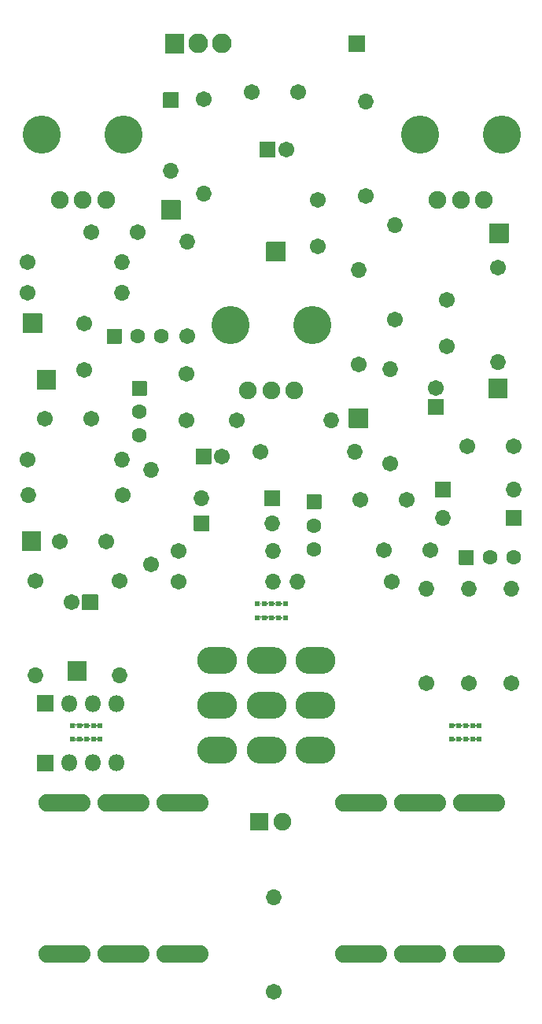
<source format=gbr>
G04 #@! TF.GenerationSoftware,KiCad,Pcbnew,5.1.9*
G04 #@! TF.CreationDate,2021-01-07T13:44:28+01:00*
G04 #@! TF.ProjectId,fuzzpedal,66757a7a-7065-4646-916c-2e6b69636164,rev?*
G04 #@! TF.SameCoordinates,Original*
G04 #@! TF.FileFunction,Soldermask,Top*
G04 #@! TF.FilePolarity,Negative*
%FSLAX46Y46*%
G04 Gerber Fmt 4.6, Leading zero omitted, Abs format (unit mm)*
G04 Created by KiCad (PCBNEW 5.1.9) date 2021-01-07 13:44:28*
%MOMM*%
%LPD*%
G01*
G04 APERTURE LIST*
%ADD10O,5.602000X1.902000*%
%ADD11O,4.302000X2.902000*%
%ADD12O,2.102000X2.102000*%
%ADD13C,4.102000*%
%ADD14C,1.902000*%
%ADD15C,0.602000*%
%ADD16O,1.702000X1.702000*%
%ADD17C,1.702000*%
%ADD18C,1.602000*%
%ADD19O,1.802000X1.802000*%
%ADD20C,0.100000*%
G04 APERTURE END LIST*
D10*
X131200000Y-150615000D03*
X131200000Y-134385000D03*
X124850000Y-134385000D03*
X137550000Y-134385000D03*
X124850000Y-150615000D03*
X137550000Y-150615000D03*
X163100000Y-134385000D03*
X163100000Y-150615000D03*
X169450000Y-150615000D03*
X156750000Y-150615000D03*
X169450000Y-134385000D03*
X156750000Y-134385000D03*
D11*
X151900000Y-119100000D03*
X151900000Y-128700000D03*
X151900000Y-123900000D03*
X146600000Y-128700000D03*
X141300000Y-123900000D03*
X146600000Y-119100000D03*
X141300000Y-128700000D03*
X141300000Y-119100000D03*
X146600000Y-123900000D03*
D12*
X141780000Y-52700000D03*
X139240000Y-52700000D03*
G36*
G01*
X135700000Y-51649000D02*
X137700000Y-51649000D01*
G75*
G02*
X137751000Y-51700000I0J-51000D01*
G01*
X137751000Y-53700000D01*
G75*
G02*
X137700000Y-53751000I-51000J0D01*
G01*
X135700000Y-53751000D01*
G75*
G02*
X135649000Y-53700000I0J51000D01*
G01*
X135649000Y-51700000D01*
G75*
G02*
X135700000Y-51649000I51000J0D01*
G01*
G37*
D13*
X131200000Y-62500000D03*
X122400000Y-62500000D03*
D14*
X129300000Y-69500000D03*
X126800000Y-69500000D03*
X124300000Y-69500000D03*
D13*
X171900000Y-62500000D03*
X163100000Y-62500000D03*
D14*
X170000000Y-69500000D03*
X167500000Y-69500000D03*
X165000000Y-69500000D03*
D15*
X128700000Y-127550000D03*
X125700000Y-127550000D03*
X125700000Y-126050000D03*
X128700000Y-126050000D03*
X127200000Y-126050000D03*
X127200000Y-127550000D03*
X127950000Y-126050000D03*
X126450000Y-126050000D03*
X126450000Y-127550000D03*
X127950000Y-127550000D03*
X147850000Y-114450000D03*
X146350000Y-114450000D03*
X146350000Y-112950000D03*
X147850000Y-112950000D03*
X147100000Y-114450000D03*
X147100000Y-112950000D03*
X148600000Y-112950000D03*
X145600000Y-112950000D03*
X145600000Y-114450000D03*
X148600000Y-114450000D03*
X168750000Y-127550000D03*
X167250000Y-127550000D03*
X167250000Y-126050000D03*
X168750000Y-126050000D03*
X168000000Y-127550000D03*
X168000000Y-126050000D03*
X169500000Y-126050000D03*
X166500000Y-126050000D03*
X166500000Y-127550000D03*
X169500000Y-127550000D03*
D16*
X156500000Y-77040000D03*
D17*
X156500000Y-87200000D03*
G36*
G01*
X172600000Y-74151000D02*
X170600000Y-74151000D01*
G75*
G02*
X170549000Y-74100000I0J51000D01*
G01*
X170549000Y-72100000D01*
G75*
G02*
X170600000Y-72049000I51000J0D01*
G01*
X172600000Y-72049000D01*
G75*
G02*
X172651000Y-72100000I0J-51000D01*
G01*
X172651000Y-74100000D01*
G75*
G02*
X172600000Y-74151000I-51000J0D01*
G01*
G37*
X168200000Y-96000000D03*
X173200000Y-96000000D03*
X161700000Y-101800000D03*
X156700000Y-101800000D03*
D16*
X149940000Y-110600000D03*
D17*
X160100000Y-110600000D03*
X127000000Y-82800000D03*
X127000000Y-87800000D03*
X138000000Y-88200000D03*
X138000000Y-93200000D03*
X166000000Y-80300000D03*
X166000000Y-85300000D03*
X152100000Y-69500000D03*
X152100000Y-74500000D03*
X159200000Y-107200000D03*
X164200000Y-107200000D03*
X132700000Y-73000000D03*
X127700000Y-73000000D03*
X124300000Y-106300000D03*
X129300000Y-106300000D03*
X127700000Y-93100000D03*
X122700000Y-93100000D03*
D13*
X151500000Y-83000000D03*
X142700000Y-83000000D03*
D14*
X149600000Y-90000000D03*
X147100000Y-90000000D03*
X144600000Y-90000000D03*
G36*
G01*
X135249000Y-71600000D02*
X135249000Y-69600000D01*
G75*
G02*
X135300000Y-69549000I51000J0D01*
G01*
X137300000Y-69549000D01*
G75*
G02*
X137351000Y-69600000I0J-51000D01*
G01*
X137351000Y-71600000D01*
G75*
G02*
X137300000Y-71651000I-51000J0D01*
G01*
X135300000Y-71651000D01*
G75*
G02*
X135249000Y-71600000I0J51000D01*
G01*
G37*
G36*
G01*
X146549000Y-76100000D02*
X146549000Y-74100000D01*
G75*
G02*
X146600000Y-74049000I51000J0D01*
G01*
X148600000Y-74049000D01*
G75*
G02*
X148651000Y-74100000I0J-51000D01*
G01*
X148651000Y-76100000D01*
G75*
G02*
X148600000Y-76151000I-51000J0D01*
G01*
X146600000Y-76151000D01*
G75*
G02*
X146549000Y-76100000I0J51000D01*
G01*
G37*
G36*
G01*
X120349000Y-83800000D02*
X120349000Y-81800000D01*
G75*
G02*
X120400000Y-81749000I51000J0D01*
G01*
X122400000Y-81749000D01*
G75*
G02*
X122451000Y-81800000I0J-51000D01*
G01*
X122451000Y-83800000D01*
G75*
G02*
X122400000Y-83851000I-51000J0D01*
G01*
X120400000Y-83851000D01*
G75*
G02*
X120349000Y-83800000I0J51000D01*
G01*
G37*
G36*
G01*
X120300000Y-105149000D02*
X122300000Y-105149000D01*
G75*
G02*
X122351000Y-105200000I0J-51000D01*
G01*
X122351000Y-107200000D01*
G75*
G02*
X122300000Y-107251000I-51000J0D01*
G01*
X120300000Y-107251000D01*
G75*
G02*
X120249000Y-107200000I0J51000D01*
G01*
X120249000Y-105200000D01*
G75*
G02*
X120300000Y-105149000I51000J0D01*
G01*
G37*
G36*
G01*
X125149000Y-121200000D02*
X125149000Y-119200000D01*
G75*
G02*
X125200000Y-119149000I51000J0D01*
G01*
X127200000Y-119149000D01*
G75*
G02*
X127251000Y-119200000I0J-51000D01*
G01*
X127251000Y-121200000D01*
G75*
G02*
X127200000Y-121251000I-51000J0D01*
G01*
X125200000Y-121251000D01*
G75*
G02*
X125149000Y-121200000I0J51000D01*
G01*
G37*
D16*
X147400000Y-144540000D03*
D17*
X147400000Y-154700000D03*
D16*
X138100000Y-74040000D03*
D17*
X138100000Y-84200000D03*
D16*
X139800000Y-68860000D03*
D17*
X139800000Y-58700000D03*
D16*
X153560000Y-93200000D03*
D17*
X143400000Y-93200000D03*
D16*
X134200000Y-98540000D03*
D17*
X134200000Y-108700000D03*
D16*
X160400000Y-72240000D03*
D17*
X160400000Y-82400000D03*
D16*
X163800000Y-111340000D03*
D17*
X163800000Y-121500000D03*
D16*
X168400000Y-111340000D03*
D17*
X168400000Y-121500000D03*
D16*
X171500000Y-86960000D03*
D17*
X171500000Y-76800000D03*
D16*
X172900000Y-111340000D03*
D17*
X172900000Y-121500000D03*
D16*
X159900000Y-87740000D03*
D17*
X159900000Y-97900000D03*
D16*
X147260000Y-107300000D03*
D17*
X137100000Y-107300000D03*
D16*
X131060000Y-79500000D03*
D17*
X120900000Y-79500000D03*
D16*
X156060000Y-96600000D03*
D17*
X145900000Y-96600000D03*
D16*
X131060000Y-76200000D03*
D17*
X120900000Y-76200000D03*
D16*
X157300000Y-58940000D03*
D17*
X157300000Y-69100000D03*
D16*
X147260000Y-110600000D03*
D17*
X137100000Y-110600000D03*
D16*
X120940000Y-101300000D03*
D17*
X131100000Y-101300000D03*
D16*
X131060000Y-97500000D03*
D17*
X120900000Y-97500000D03*
D16*
X130800000Y-120660000D03*
D17*
X130800000Y-110500000D03*
D16*
X121700000Y-120660000D03*
D17*
X121700000Y-110500000D03*
D16*
X136300000Y-66420000D03*
G36*
G01*
X135500000Y-57949000D02*
X137100000Y-57949000D01*
G75*
G02*
X137151000Y-58000000I0J-51000D01*
G01*
X137151000Y-59600000D01*
G75*
G02*
X137100000Y-59651000I-51000J0D01*
G01*
X135500000Y-59651000D01*
G75*
G02*
X135449000Y-59600000I0J51000D01*
G01*
X135449000Y-58000000D01*
G75*
G02*
X135500000Y-57949000I51000J0D01*
G01*
G37*
D14*
X148340000Y-136400000D03*
G36*
G01*
X144849000Y-137300000D02*
X144849000Y-135500000D01*
G75*
G02*
X144900000Y-135449000I51000J0D01*
G01*
X146700000Y-135449000D01*
G75*
G02*
X146751000Y-135500000I0J-51000D01*
G01*
X146751000Y-137300000D01*
G75*
G02*
X146700000Y-137351000I-51000J0D01*
G01*
X144900000Y-137351000D01*
G75*
G02*
X144849000Y-137300000I0J51000D01*
G01*
G37*
D16*
X165580000Y-103700000D03*
G36*
G01*
X174051000Y-102900000D02*
X174051000Y-104500000D01*
G75*
G02*
X174000000Y-104551000I-51000J0D01*
G01*
X172400000Y-104551000D01*
G75*
G02*
X172349000Y-104500000I0J51000D01*
G01*
X172349000Y-102900000D01*
G75*
G02*
X172400000Y-102849000I51000J0D01*
G01*
X174000000Y-102849000D01*
G75*
G02*
X174051000Y-102900000I0J-51000D01*
G01*
G37*
X173200000Y-100700000D03*
G36*
G01*
X164729000Y-101500000D02*
X164729000Y-99900000D01*
G75*
G02*
X164780000Y-99849000I51000J0D01*
G01*
X166380000Y-99849000D01*
G75*
G02*
X166431000Y-99900000I0J-51000D01*
G01*
X166431000Y-101500000D01*
G75*
G02*
X166380000Y-101551000I-51000J0D01*
G01*
X164780000Y-101551000D01*
G75*
G02*
X164729000Y-101500000I0J51000D01*
G01*
G37*
X139580000Y-101600000D03*
G36*
G01*
X148051000Y-100800000D02*
X148051000Y-102400000D01*
G75*
G02*
X148000000Y-102451000I-51000J0D01*
G01*
X146400000Y-102451000D01*
G75*
G02*
X146349000Y-102400000I0J51000D01*
G01*
X146349000Y-100800000D01*
G75*
G02*
X146400000Y-100749000I51000J0D01*
G01*
X148000000Y-100749000D01*
G75*
G02*
X148051000Y-100800000I0J-51000D01*
G01*
G37*
X147220000Y-104300000D03*
G36*
G01*
X138749000Y-105100000D02*
X138749000Y-103500000D01*
G75*
G02*
X138800000Y-103449000I51000J0D01*
G01*
X140400000Y-103449000D01*
G75*
G02*
X140451000Y-103500000I0J-51000D01*
G01*
X140451000Y-105100000D01*
G75*
G02*
X140400000Y-105151000I-51000J0D01*
G01*
X138800000Y-105151000D01*
G75*
G02*
X138749000Y-105100000I0J51000D01*
G01*
G37*
D17*
X164800000Y-89800000D03*
G36*
G01*
X165600000Y-92651000D02*
X164000000Y-92651000D01*
G75*
G02*
X163949000Y-92600000I0J51000D01*
G01*
X163949000Y-91000000D01*
G75*
G02*
X164000000Y-90949000I51000J0D01*
G01*
X165600000Y-90949000D01*
G75*
G02*
X165651000Y-91000000I0J-51000D01*
G01*
X165651000Y-92600000D01*
G75*
G02*
X165600000Y-92651000I-51000J0D01*
G01*
G37*
X141800000Y-97100000D03*
G36*
G01*
X138949000Y-97900000D02*
X138949000Y-96300000D01*
G75*
G02*
X139000000Y-96249000I51000J0D01*
G01*
X140600000Y-96249000D01*
G75*
G02*
X140651000Y-96300000I0J-51000D01*
G01*
X140651000Y-97900000D01*
G75*
G02*
X140600000Y-97951000I-51000J0D01*
G01*
X139000000Y-97951000D01*
G75*
G02*
X138949000Y-97900000I0J51000D01*
G01*
G37*
X125600000Y-112800000D03*
G36*
G01*
X128451000Y-112000000D02*
X128451000Y-113600000D01*
G75*
G02*
X128400000Y-113651000I-51000J0D01*
G01*
X126800000Y-113651000D01*
G75*
G02*
X126749000Y-113600000I0J51000D01*
G01*
X126749000Y-112000000D01*
G75*
G02*
X126800000Y-111949000I51000J0D01*
G01*
X128400000Y-111949000D01*
G75*
G02*
X128451000Y-112000000I0J-51000D01*
G01*
G37*
G36*
G01*
X145849000Y-64900000D02*
X145849000Y-63300000D01*
G75*
G02*
X145900000Y-63249000I51000J0D01*
G01*
X147500000Y-63249000D01*
G75*
G02*
X147551000Y-63300000I0J-51000D01*
G01*
X147551000Y-64900000D01*
G75*
G02*
X147500000Y-64951000I-51000J0D01*
G01*
X145900000Y-64951000D01*
G75*
G02*
X145849000Y-64900000I0J51000D01*
G01*
G37*
X148700000Y-64100000D03*
X145000000Y-57900000D03*
X150000000Y-57900000D03*
G36*
G01*
X132099000Y-90550000D02*
X132099000Y-89050000D01*
G75*
G02*
X132150000Y-88999000I51000J0D01*
G01*
X133650000Y-88999000D01*
G75*
G02*
X133701000Y-89050000I0J-51000D01*
G01*
X133701000Y-90550000D01*
G75*
G02*
X133650000Y-90601000I-51000J0D01*
G01*
X132150000Y-90601000D01*
G75*
G02*
X132099000Y-90550000I0J51000D01*
G01*
G37*
D18*
X132900000Y-94880000D03*
X132900000Y-92340000D03*
X151700000Y-104540000D03*
X151700000Y-107080000D03*
G36*
G01*
X150899000Y-102750000D02*
X150899000Y-101250000D01*
G75*
G02*
X150950000Y-101199000I51000J0D01*
G01*
X152450000Y-101199000D01*
G75*
G02*
X152501000Y-101250000I0J-51000D01*
G01*
X152501000Y-102750000D01*
G75*
G02*
X152450000Y-102801000I-51000J0D01*
G01*
X150950000Y-102801000D01*
G75*
G02*
X150899000Y-102750000I0J51000D01*
G01*
G37*
G36*
G01*
X168850000Y-108801000D02*
X167350000Y-108801000D01*
G75*
G02*
X167299000Y-108750000I0J51000D01*
G01*
X167299000Y-107250000D01*
G75*
G02*
X167350000Y-107199000I51000J0D01*
G01*
X168850000Y-107199000D01*
G75*
G02*
X168901000Y-107250000I0J-51000D01*
G01*
X168901000Y-108750000D01*
G75*
G02*
X168850000Y-108801000I-51000J0D01*
G01*
G37*
X173180000Y-108000000D03*
X170640000Y-108000000D03*
X132740000Y-84200000D03*
X135280000Y-84200000D03*
G36*
G01*
X130950000Y-85001000D02*
X129450000Y-85001000D01*
G75*
G02*
X129399000Y-84950000I0J51000D01*
G01*
X129399000Y-83450000D01*
G75*
G02*
X129450000Y-83399000I51000J0D01*
G01*
X130950000Y-83399000D01*
G75*
G02*
X131001000Y-83450000I0J-51000D01*
G01*
X131001000Y-84950000D01*
G75*
G02*
X130950000Y-85001000I-51000J0D01*
G01*
G37*
G36*
G01*
X121849000Y-89900000D02*
X121849000Y-87900000D01*
G75*
G02*
X121900000Y-87849000I51000J0D01*
G01*
X123900000Y-87849000D01*
G75*
G02*
X123951000Y-87900000I0J-51000D01*
G01*
X123951000Y-89900000D01*
G75*
G02*
X123900000Y-89951000I-51000J0D01*
G01*
X121900000Y-89951000D01*
G75*
G02*
X121849000Y-89900000I0J51000D01*
G01*
G37*
G36*
G01*
X155449000Y-94000000D02*
X155449000Y-92000000D01*
G75*
G02*
X155500000Y-91949000I51000J0D01*
G01*
X157500000Y-91949000D01*
G75*
G02*
X157551000Y-92000000I0J-51000D01*
G01*
X157551000Y-94000000D01*
G75*
G02*
X157500000Y-94051000I-51000J0D01*
G01*
X155500000Y-94051000D01*
G75*
G02*
X155449000Y-94000000I0J51000D01*
G01*
G37*
G36*
G01*
X170449000Y-90800000D02*
X170449000Y-88800000D01*
G75*
G02*
X170500000Y-88749000I51000J0D01*
G01*
X172500000Y-88749000D01*
G75*
G02*
X172551000Y-88800000I0J-51000D01*
G01*
X172551000Y-90800000D01*
G75*
G02*
X172500000Y-90851000I-51000J0D01*
G01*
X170500000Y-90851000D01*
G75*
G02*
X170449000Y-90800000I0J51000D01*
G01*
G37*
G36*
G01*
X155399000Y-53550000D02*
X155399000Y-51850000D01*
G75*
G02*
X155450000Y-51799000I51000J0D01*
G01*
X157150000Y-51799000D01*
G75*
G02*
X157201000Y-51850000I0J-51000D01*
G01*
X157201000Y-53550000D01*
G75*
G02*
X157150000Y-53601000I-51000J0D01*
G01*
X155450000Y-53601000D01*
G75*
G02*
X155399000Y-53550000I0J51000D01*
G01*
G37*
G36*
G01*
X123650000Y-131001000D02*
X121950000Y-131001000D01*
G75*
G02*
X121899000Y-130950000I0J51000D01*
G01*
X121899000Y-129250000D01*
G75*
G02*
X121950000Y-129199000I51000J0D01*
G01*
X123650000Y-129199000D01*
G75*
G02*
X123701000Y-129250000I0J-51000D01*
G01*
X123701000Y-130950000D01*
G75*
G02*
X123650000Y-131001000I-51000J0D01*
G01*
G37*
D19*
X125340000Y-130100000D03*
X127880000Y-130100000D03*
X130420000Y-130100000D03*
X130420000Y-123700000D03*
X127880000Y-123700000D03*
X125340000Y-123700000D03*
G36*
G01*
X123650000Y-124601000D02*
X121950000Y-124601000D01*
G75*
G02*
X121899000Y-124550000I0J51000D01*
G01*
X121899000Y-122850000D01*
G75*
G02*
X121950000Y-122799000I51000J0D01*
G01*
X123650000Y-122799000D01*
G75*
G02*
X123701000Y-122850000I0J-51000D01*
G01*
X123701000Y-124550000D01*
G75*
G02*
X123650000Y-124601000I-51000J0D01*
G01*
G37*
D20*
G36*
X166985159Y-127410067D02*
G01*
X166985213Y-127411717D01*
X166963885Y-127463206D01*
X166952449Y-127520696D01*
X166952449Y-127579304D01*
X166963885Y-127636794D01*
X166985213Y-127688283D01*
X166984952Y-127690266D01*
X166983104Y-127691031D01*
X166981702Y-127690159D01*
X166977325Y-127683608D01*
X166961966Y-127664893D01*
X166943329Y-127649598D01*
X166922065Y-127638233D01*
X166898990Y-127631233D01*
X166874999Y-127628870D01*
X166851008Y-127631233D01*
X166827933Y-127638233D01*
X166806670Y-127649599D01*
X166788033Y-127664894D01*
X166772675Y-127683608D01*
X166768298Y-127690159D01*
X166766504Y-127691044D01*
X166764841Y-127689933D01*
X166764787Y-127688283D01*
X166786115Y-127636794D01*
X166797551Y-127579304D01*
X166797551Y-127520696D01*
X166786115Y-127463206D01*
X166764787Y-127411717D01*
X166765048Y-127409734D01*
X166766896Y-127408969D01*
X166768298Y-127409841D01*
X166772675Y-127416392D01*
X166788034Y-127435107D01*
X166806671Y-127450402D01*
X166827935Y-127461767D01*
X166851010Y-127468767D01*
X166875001Y-127471130D01*
X166898992Y-127468767D01*
X166922067Y-127461767D01*
X166943330Y-127450401D01*
X166961967Y-127435106D01*
X166977325Y-127416392D01*
X166981702Y-127409841D01*
X166983496Y-127408956D01*
X166985159Y-127410067D01*
G37*
G36*
X169235159Y-127410067D02*
G01*
X169235213Y-127411717D01*
X169213885Y-127463206D01*
X169202449Y-127520696D01*
X169202449Y-127579304D01*
X169213885Y-127636794D01*
X169235213Y-127688283D01*
X169234952Y-127690266D01*
X169233104Y-127691031D01*
X169231702Y-127690159D01*
X169227325Y-127683608D01*
X169211966Y-127664893D01*
X169193329Y-127649598D01*
X169172065Y-127638233D01*
X169148990Y-127631233D01*
X169124999Y-127628870D01*
X169101008Y-127631233D01*
X169077933Y-127638233D01*
X169056670Y-127649599D01*
X169038033Y-127664894D01*
X169022675Y-127683608D01*
X169018298Y-127690159D01*
X169016504Y-127691044D01*
X169014841Y-127689933D01*
X169014787Y-127688283D01*
X169036115Y-127636794D01*
X169047551Y-127579304D01*
X169047551Y-127520696D01*
X169036115Y-127463206D01*
X169014787Y-127411717D01*
X169015048Y-127409734D01*
X169016896Y-127408969D01*
X169018298Y-127409841D01*
X169022675Y-127416392D01*
X169038034Y-127435107D01*
X169056671Y-127450402D01*
X169077935Y-127461767D01*
X169101010Y-127468767D01*
X169125001Y-127471130D01*
X169148992Y-127468767D01*
X169172067Y-127461767D01*
X169193330Y-127450401D01*
X169211967Y-127435106D01*
X169227325Y-127416392D01*
X169231702Y-127409841D01*
X169233496Y-127408956D01*
X169235159Y-127410067D01*
G37*
G36*
X127685159Y-127410067D02*
G01*
X127685213Y-127411717D01*
X127663885Y-127463206D01*
X127652449Y-127520696D01*
X127652449Y-127579304D01*
X127663885Y-127636794D01*
X127685213Y-127688283D01*
X127684952Y-127690266D01*
X127683104Y-127691031D01*
X127681702Y-127690159D01*
X127677325Y-127683608D01*
X127661966Y-127664893D01*
X127643329Y-127649598D01*
X127622065Y-127638233D01*
X127598990Y-127631233D01*
X127574999Y-127628870D01*
X127551008Y-127631233D01*
X127527933Y-127638233D01*
X127506670Y-127649599D01*
X127488033Y-127664894D01*
X127472675Y-127683608D01*
X127468298Y-127690159D01*
X127466504Y-127691044D01*
X127464841Y-127689933D01*
X127464787Y-127688283D01*
X127486115Y-127636794D01*
X127497551Y-127579304D01*
X127497551Y-127520696D01*
X127486115Y-127463206D01*
X127464787Y-127411717D01*
X127465048Y-127409734D01*
X127466896Y-127408969D01*
X127468298Y-127409841D01*
X127472675Y-127416392D01*
X127488034Y-127435107D01*
X127506671Y-127450402D01*
X127527935Y-127461767D01*
X127551010Y-127468767D01*
X127575001Y-127471130D01*
X127598992Y-127468767D01*
X127622067Y-127461767D01*
X127643330Y-127450401D01*
X127661967Y-127435106D01*
X127677325Y-127416392D01*
X127681702Y-127409841D01*
X127683496Y-127408956D01*
X127685159Y-127410067D01*
G37*
G36*
X168485159Y-127410067D02*
G01*
X168485213Y-127411717D01*
X168463885Y-127463206D01*
X168452449Y-127520696D01*
X168452449Y-127579304D01*
X168463885Y-127636794D01*
X168485213Y-127688283D01*
X168484952Y-127690266D01*
X168483104Y-127691031D01*
X168481702Y-127690159D01*
X168477325Y-127683608D01*
X168461966Y-127664893D01*
X168443329Y-127649598D01*
X168422065Y-127638233D01*
X168398990Y-127631233D01*
X168374999Y-127628870D01*
X168351008Y-127631233D01*
X168327933Y-127638233D01*
X168306670Y-127649599D01*
X168288033Y-127664894D01*
X168272675Y-127683608D01*
X168268298Y-127690159D01*
X168266504Y-127691044D01*
X168264841Y-127689933D01*
X168264787Y-127688283D01*
X168286115Y-127636794D01*
X168297551Y-127579304D01*
X168297551Y-127520696D01*
X168286115Y-127463206D01*
X168264787Y-127411717D01*
X168265048Y-127409734D01*
X168266896Y-127408969D01*
X168268298Y-127409841D01*
X168272675Y-127416392D01*
X168288034Y-127435107D01*
X168306671Y-127450402D01*
X168327935Y-127461767D01*
X168351010Y-127468767D01*
X168375001Y-127471130D01*
X168398992Y-127468767D01*
X168422067Y-127461767D01*
X168443330Y-127450401D01*
X168461967Y-127435106D01*
X168477325Y-127416392D01*
X168481702Y-127409841D01*
X168483496Y-127408956D01*
X168485159Y-127410067D01*
G37*
G36*
X167735159Y-127410067D02*
G01*
X167735213Y-127411717D01*
X167713885Y-127463206D01*
X167702449Y-127520696D01*
X167702449Y-127579304D01*
X167713885Y-127636794D01*
X167735213Y-127688283D01*
X167734952Y-127690266D01*
X167733104Y-127691031D01*
X167731702Y-127690159D01*
X167727325Y-127683608D01*
X167711966Y-127664893D01*
X167693329Y-127649598D01*
X167672065Y-127638233D01*
X167648990Y-127631233D01*
X167624999Y-127628870D01*
X167601008Y-127631233D01*
X167577933Y-127638233D01*
X167556670Y-127649599D01*
X167538033Y-127664894D01*
X167522675Y-127683608D01*
X167518298Y-127690159D01*
X167516504Y-127691044D01*
X167514841Y-127689933D01*
X167514787Y-127688283D01*
X167536115Y-127636794D01*
X167547551Y-127579304D01*
X167547551Y-127520696D01*
X167536115Y-127463206D01*
X167514787Y-127411717D01*
X167515048Y-127409734D01*
X167516896Y-127408969D01*
X167518298Y-127409841D01*
X167522675Y-127416392D01*
X167538034Y-127435107D01*
X167556671Y-127450402D01*
X167577935Y-127461767D01*
X167601010Y-127468767D01*
X167625001Y-127471130D01*
X167648992Y-127468767D01*
X167672067Y-127461767D01*
X167693330Y-127450401D01*
X167711967Y-127435106D01*
X167727325Y-127416392D01*
X167731702Y-127409841D01*
X167733496Y-127408956D01*
X167735159Y-127410067D01*
G37*
G36*
X126185159Y-127410067D02*
G01*
X126185213Y-127411717D01*
X126163885Y-127463206D01*
X126152449Y-127520696D01*
X126152449Y-127579304D01*
X126163885Y-127636794D01*
X126185213Y-127688283D01*
X126184952Y-127690266D01*
X126183104Y-127691031D01*
X126181702Y-127690159D01*
X126177325Y-127683608D01*
X126161966Y-127664893D01*
X126143329Y-127649598D01*
X126122065Y-127638233D01*
X126098990Y-127631233D01*
X126074999Y-127628870D01*
X126051008Y-127631233D01*
X126027933Y-127638233D01*
X126006670Y-127649599D01*
X125988033Y-127664894D01*
X125972675Y-127683608D01*
X125968298Y-127690159D01*
X125966504Y-127691044D01*
X125964841Y-127689933D01*
X125964787Y-127688283D01*
X125986115Y-127636794D01*
X125997551Y-127579304D01*
X125997551Y-127520696D01*
X125986115Y-127463206D01*
X125964787Y-127411717D01*
X125965048Y-127409734D01*
X125966896Y-127408969D01*
X125968298Y-127409841D01*
X125972675Y-127416392D01*
X125988034Y-127435107D01*
X126006671Y-127450402D01*
X126027935Y-127461767D01*
X126051010Y-127468767D01*
X126075001Y-127471130D01*
X126098992Y-127468767D01*
X126122067Y-127461767D01*
X126143330Y-127450401D01*
X126161967Y-127435106D01*
X126177325Y-127416392D01*
X126181702Y-127409841D01*
X126183496Y-127408956D01*
X126185159Y-127410067D01*
G37*
G36*
X128435159Y-127410067D02*
G01*
X128435213Y-127411717D01*
X128413885Y-127463206D01*
X128402449Y-127520696D01*
X128402449Y-127579304D01*
X128413885Y-127636794D01*
X128435213Y-127688283D01*
X128434952Y-127690266D01*
X128433104Y-127691031D01*
X128431702Y-127690159D01*
X128427325Y-127683608D01*
X128411966Y-127664893D01*
X128393329Y-127649598D01*
X128372065Y-127638233D01*
X128348990Y-127631233D01*
X128324999Y-127628870D01*
X128301008Y-127631233D01*
X128277933Y-127638233D01*
X128256670Y-127649599D01*
X128238033Y-127664894D01*
X128222675Y-127683608D01*
X128218298Y-127690159D01*
X128216504Y-127691044D01*
X128214841Y-127689933D01*
X128214787Y-127688283D01*
X128236115Y-127636794D01*
X128247551Y-127579304D01*
X128247551Y-127520696D01*
X128236115Y-127463206D01*
X128214787Y-127411717D01*
X128215048Y-127409734D01*
X128216896Y-127408969D01*
X128218298Y-127409841D01*
X128222675Y-127416392D01*
X128238034Y-127435107D01*
X128256671Y-127450402D01*
X128277935Y-127461767D01*
X128301010Y-127468767D01*
X128325001Y-127471130D01*
X128348992Y-127468767D01*
X128372067Y-127461767D01*
X128393330Y-127450401D01*
X128411967Y-127435106D01*
X128427325Y-127416392D01*
X128431702Y-127409841D01*
X128433496Y-127408956D01*
X128435159Y-127410067D01*
G37*
G36*
X126935159Y-127410067D02*
G01*
X126935213Y-127411717D01*
X126913885Y-127463206D01*
X126902449Y-127520696D01*
X126902449Y-127579304D01*
X126913885Y-127636794D01*
X126935213Y-127688283D01*
X126934952Y-127690266D01*
X126933104Y-127691031D01*
X126931702Y-127690159D01*
X126927325Y-127683608D01*
X126911966Y-127664893D01*
X126893329Y-127649598D01*
X126872065Y-127638233D01*
X126848990Y-127631233D01*
X126824999Y-127628870D01*
X126801008Y-127631233D01*
X126777933Y-127638233D01*
X126756670Y-127649599D01*
X126738033Y-127664894D01*
X126722675Y-127683608D01*
X126718298Y-127690159D01*
X126716504Y-127691044D01*
X126714841Y-127689933D01*
X126714787Y-127688283D01*
X126736115Y-127636794D01*
X126747551Y-127579304D01*
X126747551Y-127520696D01*
X126736115Y-127463206D01*
X126714787Y-127411717D01*
X126715048Y-127409734D01*
X126716896Y-127408969D01*
X126718298Y-127409841D01*
X126722675Y-127416392D01*
X126738034Y-127435107D01*
X126756671Y-127450402D01*
X126777935Y-127461767D01*
X126801010Y-127468767D01*
X126825001Y-127471130D01*
X126848992Y-127468767D01*
X126872067Y-127461767D01*
X126893330Y-127450401D01*
X126911967Y-127435106D01*
X126927325Y-127416392D01*
X126931702Y-127409841D01*
X126933496Y-127408956D01*
X126935159Y-127410067D01*
G37*
G36*
X167735159Y-125910067D02*
G01*
X167735213Y-125911717D01*
X167713885Y-125963206D01*
X167702449Y-126020696D01*
X167702449Y-126079304D01*
X167713885Y-126136794D01*
X167735213Y-126188283D01*
X167734952Y-126190266D01*
X167733104Y-126191031D01*
X167731702Y-126190159D01*
X167727325Y-126183608D01*
X167711966Y-126164893D01*
X167693329Y-126149598D01*
X167672065Y-126138233D01*
X167648990Y-126131233D01*
X167624999Y-126128870D01*
X167601008Y-126131233D01*
X167577933Y-126138233D01*
X167556670Y-126149599D01*
X167538033Y-126164894D01*
X167522675Y-126183608D01*
X167518298Y-126190159D01*
X167516504Y-126191044D01*
X167514841Y-126189933D01*
X167514787Y-126188283D01*
X167536115Y-126136794D01*
X167547551Y-126079304D01*
X167547551Y-126020696D01*
X167536115Y-125963206D01*
X167514787Y-125911717D01*
X167515048Y-125909734D01*
X167516896Y-125908969D01*
X167518298Y-125909841D01*
X167522675Y-125916392D01*
X167538034Y-125935107D01*
X167556671Y-125950402D01*
X167577935Y-125961767D01*
X167601010Y-125968767D01*
X167625001Y-125971130D01*
X167648992Y-125968767D01*
X167672067Y-125961767D01*
X167693330Y-125950401D01*
X167711967Y-125935106D01*
X167727325Y-125916392D01*
X167731702Y-125909841D01*
X167733496Y-125908956D01*
X167735159Y-125910067D01*
G37*
G36*
X166985159Y-125910067D02*
G01*
X166985213Y-125911717D01*
X166963885Y-125963206D01*
X166952449Y-126020696D01*
X166952449Y-126079304D01*
X166963885Y-126136794D01*
X166985213Y-126188283D01*
X166984952Y-126190266D01*
X166983104Y-126191031D01*
X166981702Y-126190159D01*
X166977325Y-126183608D01*
X166961966Y-126164893D01*
X166943329Y-126149598D01*
X166922065Y-126138233D01*
X166898990Y-126131233D01*
X166874999Y-126128870D01*
X166851008Y-126131233D01*
X166827933Y-126138233D01*
X166806670Y-126149599D01*
X166788033Y-126164894D01*
X166772675Y-126183608D01*
X166768298Y-126190159D01*
X166766504Y-126191044D01*
X166764841Y-126189933D01*
X166764787Y-126188283D01*
X166786115Y-126136794D01*
X166797551Y-126079304D01*
X166797551Y-126020696D01*
X166786115Y-125963206D01*
X166764787Y-125911717D01*
X166765048Y-125909734D01*
X166766896Y-125908969D01*
X166768298Y-125909841D01*
X166772675Y-125916392D01*
X166788034Y-125935107D01*
X166806671Y-125950402D01*
X166827935Y-125961767D01*
X166851010Y-125968767D01*
X166875001Y-125971130D01*
X166898992Y-125968767D01*
X166922067Y-125961767D01*
X166943330Y-125950401D01*
X166961967Y-125935106D01*
X166977325Y-125916392D01*
X166981702Y-125909841D01*
X166983496Y-125908956D01*
X166985159Y-125910067D01*
G37*
G36*
X127685159Y-125910067D02*
G01*
X127685213Y-125911717D01*
X127663885Y-125963206D01*
X127652449Y-126020696D01*
X127652449Y-126079304D01*
X127663885Y-126136794D01*
X127685213Y-126188283D01*
X127684952Y-126190266D01*
X127683104Y-126191031D01*
X127681702Y-126190159D01*
X127677325Y-126183608D01*
X127661966Y-126164893D01*
X127643329Y-126149598D01*
X127622065Y-126138233D01*
X127598990Y-126131233D01*
X127574999Y-126128870D01*
X127551008Y-126131233D01*
X127527933Y-126138233D01*
X127506670Y-126149599D01*
X127488033Y-126164894D01*
X127472675Y-126183608D01*
X127468298Y-126190159D01*
X127466504Y-126191044D01*
X127464841Y-126189933D01*
X127464787Y-126188283D01*
X127486115Y-126136794D01*
X127497551Y-126079304D01*
X127497551Y-126020696D01*
X127486115Y-125963206D01*
X127464787Y-125911717D01*
X127465048Y-125909734D01*
X127466896Y-125908969D01*
X127468298Y-125909841D01*
X127472675Y-125916392D01*
X127488034Y-125935107D01*
X127506671Y-125950402D01*
X127527935Y-125961767D01*
X127551010Y-125968767D01*
X127575001Y-125971130D01*
X127598992Y-125968767D01*
X127622067Y-125961767D01*
X127643330Y-125950401D01*
X127661967Y-125935106D01*
X127677325Y-125916392D01*
X127681702Y-125909841D01*
X127683496Y-125908956D01*
X127685159Y-125910067D01*
G37*
G36*
X128435159Y-125910067D02*
G01*
X128435213Y-125911717D01*
X128413885Y-125963206D01*
X128402449Y-126020696D01*
X128402449Y-126079304D01*
X128413885Y-126136794D01*
X128435213Y-126188283D01*
X128434952Y-126190266D01*
X128433104Y-126191031D01*
X128431702Y-126190159D01*
X128427325Y-126183608D01*
X128411966Y-126164893D01*
X128393329Y-126149598D01*
X128372065Y-126138233D01*
X128348990Y-126131233D01*
X128324999Y-126128870D01*
X128301008Y-126131233D01*
X128277933Y-126138233D01*
X128256670Y-126149599D01*
X128238033Y-126164894D01*
X128222675Y-126183608D01*
X128218298Y-126190159D01*
X128216504Y-126191044D01*
X128214841Y-126189933D01*
X128214787Y-126188283D01*
X128236115Y-126136794D01*
X128247551Y-126079304D01*
X128247551Y-126020696D01*
X128236115Y-125963206D01*
X128214787Y-125911717D01*
X128215048Y-125909734D01*
X128216896Y-125908969D01*
X128218298Y-125909841D01*
X128222675Y-125916392D01*
X128238034Y-125935107D01*
X128256671Y-125950402D01*
X128277935Y-125961767D01*
X128301010Y-125968767D01*
X128325001Y-125971130D01*
X128348992Y-125968767D01*
X128372067Y-125961767D01*
X128393330Y-125950401D01*
X128411967Y-125935106D01*
X128427325Y-125916392D01*
X128431702Y-125909841D01*
X128433496Y-125908956D01*
X128435159Y-125910067D01*
G37*
G36*
X168485159Y-125910067D02*
G01*
X168485213Y-125911717D01*
X168463885Y-125963206D01*
X168452449Y-126020696D01*
X168452449Y-126079304D01*
X168463885Y-126136794D01*
X168485213Y-126188283D01*
X168484952Y-126190266D01*
X168483104Y-126191031D01*
X168481702Y-126190159D01*
X168477325Y-126183608D01*
X168461966Y-126164893D01*
X168443329Y-126149598D01*
X168422065Y-126138233D01*
X168398990Y-126131233D01*
X168374999Y-126128870D01*
X168351008Y-126131233D01*
X168327933Y-126138233D01*
X168306670Y-126149599D01*
X168288033Y-126164894D01*
X168272675Y-126183608D01*
X168268298Y-126190159D01*
X168266504Y-126191044D01*
X168264841Y-126189933D01*
X168264787Y-126188283D01*
X168286115Y-126136794D01*
X168297551Y-126079304D01*
X168297551Y-126020696D01*
X168286115Y-125963206D01*
X168264787Y-125911717D01*
X168265048Y-125909734D01*
X168266896Y-125908969D01*
X168268298Y-125909841D01*
X168272675Y-125916392D01*
X168288034Y-125935107D01*
X168306671Y-125950402D01*
X168327935Y-125961767D01*
X168351010Y-125968767D01*
X168375001Y-125971130D01*
X168398992Y-125968767D01*
X168422067Y-125961767D01*
X168443330Y-125950401D01*
X168461967Y-125935106D01*
X168477325Y-125916392D01*
X168481702Y-125909841D01*
X168483496Y-125908956D01*
X168485159Y-125910067D01*
G37*
G36*
X126185159Y-125910067D02*
G01*
X126185213Y-125911717D01*
X126163885Y-125963206D01*
X126152449Y-126020696D01*
X126152449Y-126079304D01*
X126163885Y-126136794D01*
X126185213Y-126188283D01*
X126184952Y-126190266D01*
X126183104Y-126191031D01*
X126181702Y-126190159D01*
X126177325Y-126183608D01*
X126161966Y-126164893D01*
X126143329Y-126149598D01*
X126122065Y-126138233D01*
X126098990Y-126131233D01*
X126074999Y-126128870D01*
X126051008Y-126131233D01*
X126027933Y-126138233D01*
X126006670Y-126149599D01*
X125988033Y-126164894D01*
X125972675Y-126183608D01*
X125968298Y-126190159D01*
X125966504Y-126191044D01*
X125964841Y-126189933D01*
X125964787Y-126188283D01*
X125986115Y-126136794D01*
X125997551Y-126079304D01*
X125997551Y-126020696D01*
X125986115Y-125963206D01*
X125964787Y-125911717D01*
X125965048Y-125909734D01*
X125966896Y-125908969D01*
X125968298Y-125909841D01*
X125972675Y-125916392D01*
X125988034Y-125935107D01*
X126006671Y-125950402D01*
X126027935Y-125961767D01*
X126051010Y-125968767D01*
X126075001Y-125971130D01*
X126098992Y-125968767D01*
X126122067Y-125961767D01*
X126143330Y-125950401D01*
X126161967Y-125935106D01*
X126177325Y-125916392D01*
X126181702Y-125909841D01*
X126183496Y-125908956D01*
X126185159Y-125910067D01*
G37*
G36*
X126935159Y-125910067D02*
G01*
X126935213Y-125911717D01*
X126913885Y-125963206D01*
X126902449Y-126020696D01*
X126902449Y-126079304D01*
X126913885Y-126136794D01*
X126935213Y-126188283D01*
X126934952Y-126190266D01*
X126933104Y-126191031D01*
X126931702Y-126190159D01*
X126927325Y-126183608D01*
X126911966Y-126164893D01*
X126893329Y-126149598D01*
X126872065Y-126138233D01*
X126848990Y-126131233D01*
X126824999Y-126128870D01*
X126801008Y-126131233D01*
X126777933Y-126138233D01*
X126756670Y-126149599D01*
X126738033Y-126164894D01*
X126722675Y-126183608D01*
X126718298Y-126190159D01*
X126716504Y-126191044D01*
X126714841Y-126189933D01*
X126714787Y-126188283D01*
X126736115Y-126136794D01*
X126747551Y-126079304D01*
X126747551Y-126020696D01*
X126736115Y-125963206D01*
X126714787Y-125911717D01*
X126715048Y-125909734D01*
X126716896Y-125908969D01*
X126718298Y-125909841D01*
X126722675Y-125916392D01*
X126738034Y-125935107D01*
X126756671Y-125950402D01*
X126777935Y-125961767D01*
X126801010Y-125968767D01*
X126825001Y-125971130D01*
X126848992Y-125968767D01*
X126872067Y-125961767D01*
X126893330Y-125950401D01*
X126911967Y-125935106D01*
X126927325Y-125916392D01*
X126931702Y-125909841D01*
X126933496Y-125908956D01*
X126935159Y-125910067D01*
G37*
G36*
X169235159Y-125910067D02*
G01*
X169235213Y-125911717D01*
X169213885Y-125963206D01*
X169202449Y-126020696D01*
X169202449Y-126079304D01*
X169213885Y-126136794D01*
X169235213Y-126188283D01*
X169234952Y-126190266D01*
X169233104Y-126191031D01*
X169231702Y-126190159D01*
X169227325Y-126183608D01*
X169211966Y-126164893D01*
X169193329Y-126149598D01*
X169172065Y-126138233D01*
X169148990Y-126131233D01*
X169124999Y-126128870D01*
X169101008Y-126131233D01*
X169077933Y-126138233D01*
X169056670Y-126149599D01*
X169038033Y-126164894D01*
X169022675Y-126183608D01*
X169018298Y-126190159D01*
X169016504Y-126191044D01*
X169014841Y-126189933D01*
X169014787Y-126188283D01*
X169036115Y-126136794D01*
X169047551Y-126079304D01*
X169047551Y-126020696D01*
X169036115Y-125963206D01*
X169014787Y-125911717D01*
X169015048Y-125909734D01*
X169016896Y-125908969D01*
X169018298Y-125909841D01*
X169022675Y-125916392D01*
X169038034Y-125935107D01*
X169056671Y-125950402D01*
X169077935Y-125961767D01*
X169101010Y-125968767D01*
X169125001Y-125971130D01*
X169148992Y-125968767D01*
X169172067Y-125961767D01*
X169193330Y-125950401D01*
X169211967Y-125935106D01*
X169227325Y-125916392D01*
X169231702Y-125909841D01*
X169233496Y-125908956D01*
X169235159Y-125910067D01*
G37*
G36*
X146835159Y-114310067D02*
G01*
X146835213Y-114311717D01*
X146813885Y-114363206D01*
X146802449Y-114420696D01*
X146802449Y-114479304D01*
X146813885Y-114536794D01*
X146835213Y-114588283D01*
X146834952Y-114590266D01*
X146833104Y-114591031D01*
X146831702Y-114590159D01*
X146827325Y-114583608D01*
X146811966Y-114564893D01*
X146793329Y-114549598D01*
X146772065Y-114538233D01*
X146748990Y-114531233D01*
X146724999Y-114528870D01*
X146701008Y-114531233D01*
X146677933Y-114538233D01*
X146656670Y-114549599D01*
X146638033Y-114564894D01*
X146622675Y-114583608D01*
X146618298Y-114590159D01*
X146616504Y-114591044D01*
X146614841Y-114589933D01*
X146614787Y-114588283D01*
X146636115Y-114536794D01*
X146647551Y-114479304D01*
X146647551Y-114420696D01*
X146636115Y-114363206D01*
X146614787Y-114311717D01*
X146615048Y-114309734D01*
X146616896Y-114308969D01*
X146618298Y-114309841D01*
X146622675Y-114316392D01*
X146638034Y-114335107D01*
X146656671Y-114350402D01*
X146677935Y-114361767D01*
X146701010Y-114368767D01*
X146725001Y-114371130D01*
X146748992Y-114368767D01*
X146772067Y-114361767D01*
X146793330Y-114350401D01*
X146811967Y-114335106D01*
X146827325Y-114316392D01*
X146831702Y-114309841D01*
X146833496Y-114308956D01*
X146835159Y-114310067D01*
G37*
G36*
X147585159Y-114310067D02*
G01*
X147585213Y-114311717D01*
X147563885Y-114363206D01*
X147552449Y-114420696D01*
X147552449Y-114479304D01*
X147563885Y-114536794D01*
X147585213Y-114588283D01*
X147584952Y-114590266D01*
X147583104Y-114591031D01*
X147581702Y-114590159D01*
X147577325Y-114583608D01*
X147561966Y-114564893D01*
X147543329Y-114549598D01*
X147522065Y-114538233D01*
X147498990Y-114531233D01*
X147474999Y-114528870D01*
X147451008Y-114531233D01*
X147427933Y-114538233D01*
X147406670Y-114549599D01*
X147388033Y-114564894D01*
X147372675Y-114583608D01*
X147368298Y-114590159D01*
X147366504Y-114591044D01*
X147364841Y-114589933D01*
X147364787Y-114588283D01*
X147386115Y-114536794D01*
X147397551Y-114479304D01*
X147397551Y-114420696D01*
X147386115Y-114363206D01*
X147364787Y-114311717D01*
X147365048Y-114309734D01*
X147366896Y-114308969D01*
X147368298Y-114309841D01*
X147372675Y-114316392D01*
X147388034Y-114335107D01*
X147406671Y-114350402D01*
X147427935Y-114361767D01*
X147451010Y-114368767D01*
X147475001Y-114371130D01*
X147498992Y-114368767D01*
X147522067Y-114361767D01*
X147543330Y-114350401D01*
X147561967Y-114335106D01*
X147577325Y-114316392D01*
X147581702Y-114309841D01*
X147583496Y-114308956D01*
X147585159Y-114310067D01*
G37*
G36*
X146085159Y-114310067D02*
G01*
X146085213Y-114311717D01*
X146063885Y-114363206D01*
X146052449Y-114420696D01*
X146052449Y-114479304D01*
X146063885Y-114536794D01*
X146085213Y-114588283D01*
X146084952Y-114590266D01*
X146083104Y-114591031D01*
X146081702Y-114590159D01*
X146077325Y-114583608D01*
X146061966Y-114564893D01*
X146043329Y-114549598D01*
X146022065Y-114538233D01*
X145998990Y-114531233D01*
X145974999Y-114528870D01*
X145951008Y-114531233D01*
X145927933Y-114538233D01*
X145906670Y-114549599D01*
X145888033Y-114564894D01*
X145872675Y-114583608D01*
X145868298Y-114590159D01*
X145866504Y-114591044D01*
X145864841Y-114589933D01*
X145864787Y-114588283D01*
X145886115Y-114536794D01*
X145897551Y-114479304D01*
X145897551Y-114420696D01*
X145886115Y-114363206D01*
X145864787Y-114311717D01*
X145865048Y-114309734D01*
X145866896Y-114308969D01*
X145868298Y-114309841D01*
X145872675Y-114316392D01*
X145888034Y-114335107D01*
X145906671Y-114350402D01*
X145927935Y-114361767D01*
X145951010Y-114368767D01*
X145975001Y-114371130D01*
X145998992Y-114368767D01*
X146022067Y-114361767D01*
X146043330Y-114350401D01*
X146061967Y-114335106D01*
X146077325Y-114316392D01*
X146081702Y-114309841D01*
X146083496Y-114308956D01*
X146085159Y-114310067D01*
G37*
G36*
X148335159Y-114310067D02*
G01*
X148335213Y-114311717D01*
X148313885Y-114363206D01*
X148302449Y-114420696D01*
X148302449Y-114479304D01*
X148313885Y-114536794D01*
X148335213Y-114588283D01*
X148334952Y-114590266D01*
X148333104Y-114591031D01*
X148331702Y-114590159D01*
X148327325Y-114583608D01*
X148311966Y-114564893D01*
X148293329Y-114549598D01*
X148272065Y-114538233D01*
X148248990Y-114531233D01*
X148224999Y-114528870D01*
X148201008Y-114531233D01*
X148177933Y-114538233D01*
X148156670Y-114549599D01*
X148138033Y-114564894D01*
X148122675Y-114583608D01*
X148118298Y-114590159D01*
X148116504Y-114591044D01*
X148114841Y-114589933D01*
X148114787Y-114588283D01*
X148136115Y-114536794D01*
X148147551Y-114479304D01*
X148147551Y-114420696D01*
X148136115Y-114363206D01*
X148114787Y-114311717D01*
X148115048Y-114309734D01*
X148116896Y-114308969D01*
X148118298Y-114309841D01*
X148122675Y-114316392D01*
X148138034Y-114335107D01*
X148156671Y-114350402D01*
X148177935Y-114361767D01*
X148201010Y-114368767D01*
X148225001Y-114371130D01*
X148248992Y-114368767D01*
X148272067Y-114361767D01*
X148293330Y-114350401D01*
X148311967Y-114335106D01*
X148327325Y-114316392D01*
X148331702Y-114309841D01*
X148333496Y-114308956D01*
X148335159Y-114310067D01*
G37*
G36*
X146085159Y-112810067D02*
G01*
X146085213Y-112811717D01*
X146063885Y-112863206D01*
X146052449Y-112920696D01*
X146052449Y-112979304D01*
X146063885Y-113036794D01*
X146085213Y-113088283D01*
X146084952Y-113090266D01*
X146083104Y-113091031D01*
X146081702Y-113090159D01*
X146077325Y-113083608D01*
X146061966Y-113064893D01*
X146043329Y-113049598D01*
X146022065Y-113038233D01*
X145998990Y-113031233D01*
X145974999Y-113028870D01*
X145951008Y-113031233D01*
X145927933Y-113038233D01*
X145906670Y-113049599D01*
X145888033Y-113064894D01*
X145872675Y-113083608D01*
X145868298Y-113090159D01*
X145866504Y-113091044D01*
X145864841Y-113089933D01*
X145864787Y-113088283D01*
X145886115Y-113036794D01*
X145897551Y-112979304D01*
X145897551Y-112920696D01*
X145886115Y-112863206D01*
X145864787Y-112811717D01*
X145865048Y-112809734D01*
X145866896Y-112808969D01*
X145868298Y-112809841D01*
X145872675Y-112816392D01*
X145888034Y-112835107D01*
X145906671Y-112850402D01*
X145927935Y-112861767D01*
X145951010Y-112868767D01*
X145975001Y-112871130D01*
X145998992Y-112868767D01*
X146022067Y-112861767D01*
X146043330Y-112850401D01*
X146061967Y-112835106D01*
X146077325Y-112816392D01*
X146081702Y-112809841D01*
X146083496Y-112808956D01*
X146085159Y-112810067D01*
G37*
G36*
X147585159Y-112810067D02*
G01*
X147585213Y-112811717D01*
X147563885Y-112863206D01*
X147552449Y-112920696D01*
X147552449Y-112979304D01*
X147563885Y-113036794D01*
X147585213Y-113088283D01*
X147584952Y-113090266D01*
X147583104Y-113091031D01*
X147581702Y-113090159D01*
X147577325Y-113083608D01*
X147561966Y-113064893D01*
X147543329Y-113049598D01*
X147522065Y-113038233D01*
X147498990Y-113031233D01*
X147474999Y-113028870D01*
X147451008Y-113031233D01*
X147427933Y-113038233D01*
X147406670Y-113049599D01*
X147388033Y-113064894D01*
X147372675Y-113083608D01*
X147368298Y-113090159D01*
X147366504Y-113091044D01*
X147364841Y-113089933D01*
X147364787Y-113088283D01*
X147386115Y-113036794D01*
X147397551Y-112979304D01*
X147397551Y-112920696D01*
X147386115Y-112863206D01*
X147364787Y-112811717D01*
X147365048Y-112809734D01*
X147366896Y-112808969D01*
X147368298Y-112809841D01*
X147372675Y-112816392D01*
X147388034Y-112835107D01*
X147406671Y-112850402D01*
X147427935Y-112861767D01*
X147451010Y-112868767D01*
X147475001Y-112871130D01*
X147498992Y-112868767D01*
X147522067Y-112861767D01*
X147543330Y-112850401D01*
X147561967Y-112835106D01*
X147577325Y-112816392D01*
X147581702Y-112809841D01*
X147583496Y-112808956D01*
X147585159Y-112810067D01*
G37*
G36*
X146835159Y-112810067D02*
G01*
X146835213Y-112811717D01*
X146813885Y-112863206D01*
X146802449Y-112920696D01*
X146802449Y-112979304D01*
X146813885Y-113036794D01*
X146835213Y-113088283D01*
X146834952Y-113090266D01*
X146833104Y-113091031D01*
X146831702Y-113090159D01*
X146827325Y-113083608D01*
X146811966Y-113064893D01*
X146793329Y-113049598D01*
X146772065Y-113038233D01*
X146748990Y-113031233D01*
X146724999Y-113028870D01*
X146701008Y-113031233D01*
X146677933Y-113038233D01*
X146656670Y-113049599D01*
X146638033Y-113064894D01*
X146622675Y-113083608D01*
X146618298Y-113090159D01*
X146616504Y-113091044D01*
X146614841Y-113089933D01*
X146614787Y-113088283D01*
X146636115Y-113036794D01*
X146647551Y-112979304D01*
X146647551Y-112920696D01*
X146636115Y-112863206D01*
X146614787Y-112811717D01*
X146615048Y-112809734D01*
X146616896Y-112808969D01*
X146618298Y-112809841D01*
X146622675Y-112816392D01*
X146638034Y-112835107D01*
X146656671Y-112850402D01*
X146677935Y-112861767D01*
X146701010Y-112868767D01*
X146725001Y-112871130D01*
X146748992Y-112868767D01*
X146772067Y-112861767D01*
X146793330Y-112850401D01*
X146811967Y-112835106D01*
X146827325Y-112816392D01*
X146831702Y-112809841D01*
X146833496Y-112808956D01*
X146835159Y-112810067D01*
G37*
G36*
X148335159Y-112810067D02*
G01*
X148335213Y-112811717D01*
X148313885Y-112863206D01*
X148302449Y-112920696D01*
X148302449Y-112979304D01*
X148313885Y-113036794D01*
X148335213Y-113088283D01*
X148334952Y-113090266D01*
X148333104Y-113091031D01*
X148331702Y-113090159D01*
X148327325Y-113083608D01*
X148311966Y-113064893D01*
X148293329Y-113049598D01*
X148272065Y-113038233D01*
X148248990Y-113031233D01*
X148224999Y-113028870D01*
X148201008Y-113031233D01*
X148177933Y-113038233D01*
X148156670Y-113049599D01*
X148138033Y-113064894D01*
X148122675Y-113083608D01*
X148118298Y-113090159D01*
X148116504Y-113091044D01*
X148114841Y-113089933D01*
X148114787Y-113088283D01*
X148136115Y-113036794D01*
X148147551Y-112979304D01*
X148147551Y-112920696D01*
X148136115Y-112863206D01*
X148114787Y-112811717D01*
X148115048Y-112809734D01*
X148116896Y-112808969D01*
X148118298Y-112809841D01*
X148122675Y-112816392D01*
X148138034Y-112835107D01*
X148156671Y-112850402D01*
X148177935Y-112861767D01*
X148201010Y-112868767D01*
X148225001Y-112871130D01*
X148248992Y-112868767D01*
X148272067Y-112861767D01*
X148293330Y-112850401D01*
X148311967Y-112835106D01*
X148327325Y-112816392D01*
X148331702Y-112809841D01*
X148333496Y-112808956D01*
X148335159Y-112810067D01*
G37*
M02*

</source>
